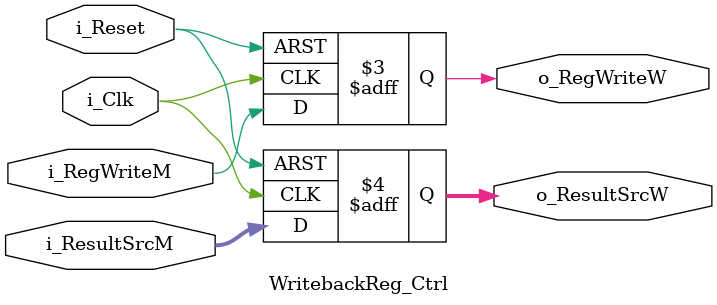
<source format=sv>
module WritebackReg_Ctrl
(
    input  logic        i_Clk,
    input  logic        i_Reset,

    // Input from Control Path
    input  logic        i_RegWriteM,
    input  logic [1:0]  i_ResultSrcM,

    // Output to Control Path
    output logic        o_RegWriteW,
    output logic [1:0]  o_ResultSrcW
);

    // Control Path Register
    always @(posedge i_Clk or negedge i_Reset)
        if(~i_Reset)
        begin
            o_RegWriteW  <= 0;
            o_ResultSrcW <= 0;
        end
        else
        begin
            o_RegWriteW  <= i_RegWriteM;
            o_ResultSrcW <= i_ResultSrcM;
        end

endmodule
</source>
